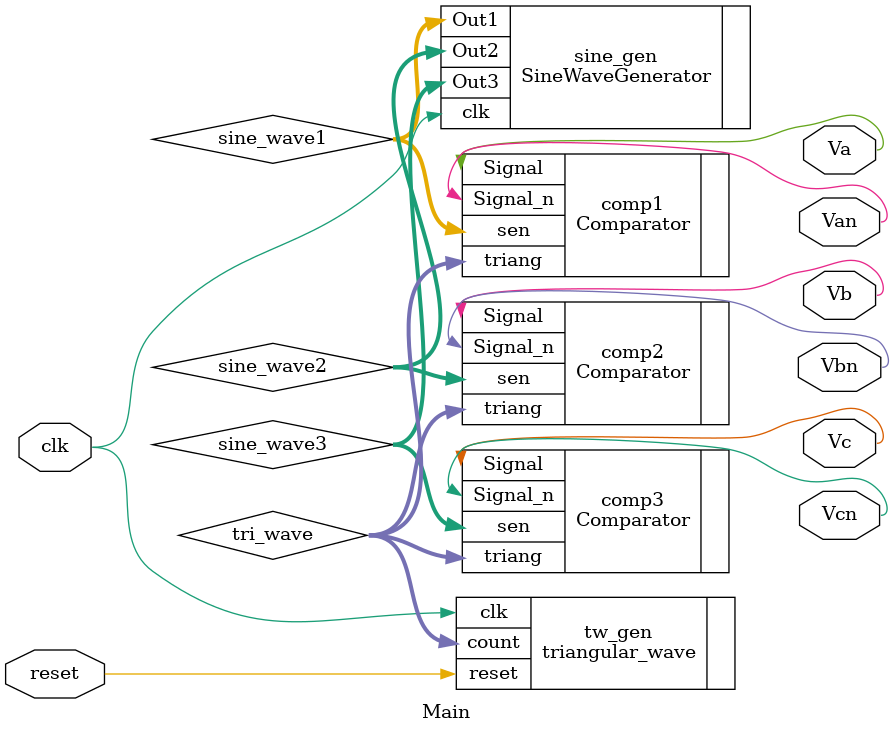
<source format=v>




module Main (
    input wire clk,        // Clock input
    input wire reset,      // Reset signal
    output wire Va,        // Output signal for phase A
	output wire Van,       // Output signal for phase A negado
    output wire Vb,        // Output signal for phase B
	output wire Vbn,       // Output signal for phase B negado
    output wire Vc,        // Output signal for phase C
	output wire Vcn        // Output signal for phase C negado
);

    // Internal signals
    wire [15:0] tri_wave;
    wire [15:0] sine_wave1, sine_wave2, sine_wave3;
    
    // Instantiate the triangular wave generator
    triangular_wave tw_gen (
        .clk(clk),
        .reset(reset),
        .count(tri_wave)
    );

    // Instantiate the sine wave generator
    SineWaveGenerator sine_gen (
        .clk(clk),
        .Out1(sine_wave1),
        .Out2(sine_wave2),
        .Out3(sine_wave3)
    );

    // Instantiate the comparators
    Comparator comp1 (
        .sen(sine_wave1),
        .triang(tri_wave),
        .Signal(Va),
		.Signal_n(Van)
    );

    Comparator comp2 (
        .sen(sine_wave2),
        .triang(tri_wave),
        .Signal(Vb),
		.Signal_n(Vbn)
    );

    Comparator comp3 (
        .sen(sine_wave3),
        .triang(tri_wave),
        .Signal(Vc),
		.Signal_n(Vcn)
    );

endmodule

</source>
